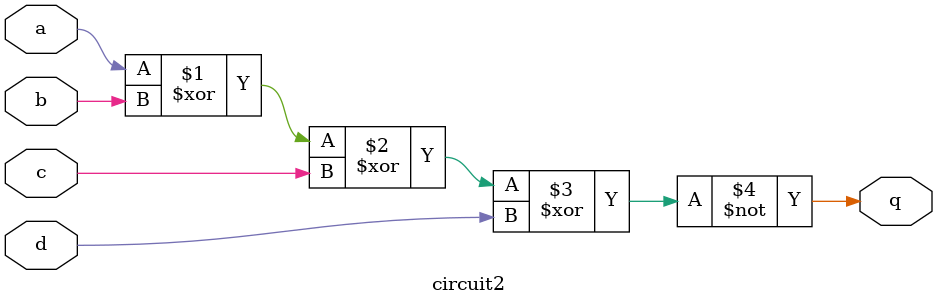
<source format=v>
module circuit2 (
    input a,
    input b,
    input c,
    input d,
    output q
);

    assign q = ~(a ^ b ^ c ^ d);

endmodule
</source>
